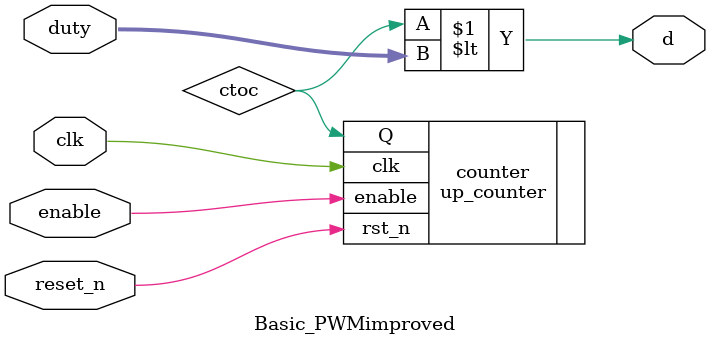
<source format=v>
`timescale 1ns / 1ps


module Basic_PWMimproved #(parameter R=8)(
input clk,
input reset_n,
input [R:0] duty,
input enable,
output d
    );
    wire ctoc;
    up_counter counter (
    .enable(enable),
    .clk(clk),
    .rst_n(reset_n),
    .Q(ctoc)
    );
    
    assign d = (ctoc<duty);
endmodule

</source>
